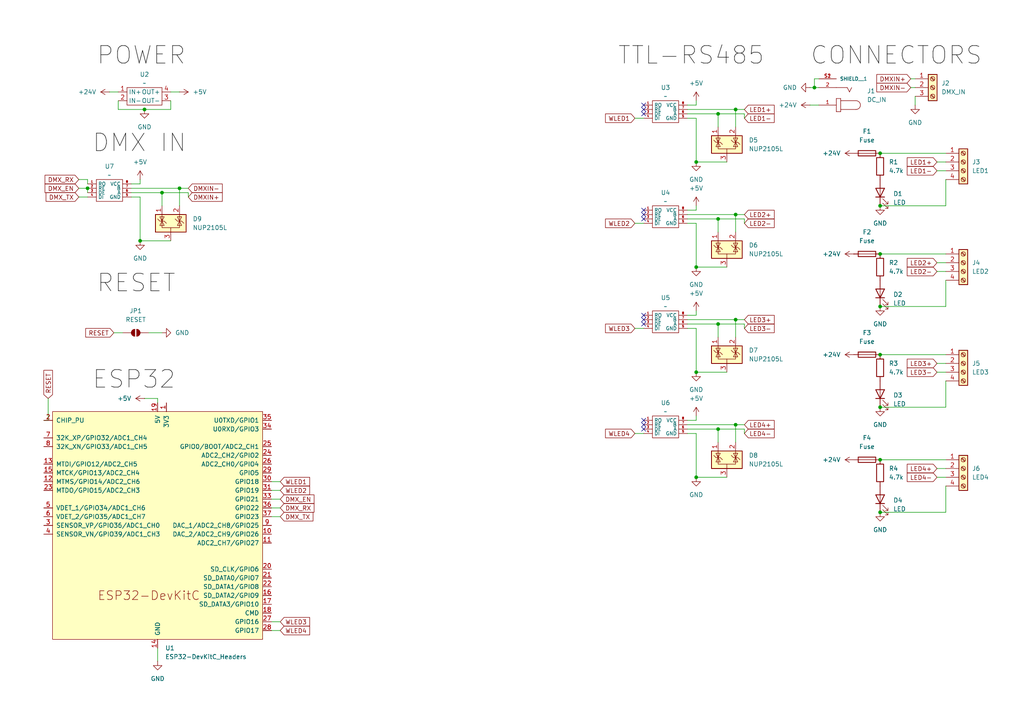
<source format=kicad_sch>
(kicad_sch (version 20231120) (generator "eeschema") (generator_version "8.0")
  (paper "A4")
  (title_block (title "aDMX Light Control Board") (rev "1.0.0"))
  (lib_symbols
    (symbol "BuckConverters:LM2596_Adj"
      (property "Reference" "U" (at -3.048 3.556 0))
      (symbol "LM2596_Adj_0_1"
        (rectangle (start -5.08 2.54) (end 5.08 -2.54))
      )
      (symbol "LM2596_Adj_1_1"
        (pin input line (at -7.62 1.27 0) (length 2.54) (name "IN+") (number "1"))
        (pin input line (at -7.62 -1.27 0) (length 2.54) (name "IN-") (number "2"))
        (pin output line (at 7.62 -1.27 180) (length 2.54) (name "OUT-") (number "3"))
        (pin output line (at 7.62 1.27 180) (length 2.54) (name "OUT+") (number "4"))
      )
    )
    (symbol "Connector:Screw_Terminal_01x03" (pin_names (offset 1.016) hide)
      (property "Reference" "J" (at 0 5.08 0))
      (property "Value" "Screw_Terminal_01x03" (at 0 -5.08 0))
      (symbol "Screw_Terminal_01x03_1_1"
        (rectangle (start -1.27 3.81) (end 1.27 -3.81) (stroke (width 0.254)) (fill (type background)))
        (circle (center 0 -2.54) (radius 0.635) (stroke (width 0.1524)))
        (polyline (pts (xy -0.5334 -2.2098) (xy 0.3302 -3.048)) (stroke (width 0.1524)))
        (polyline (pts (xy -0.5334 0.3302) (xy 0.3302 -0.508)) (stroke (width 0.1524)))
        (polyline (pts (xy -0.5334 2.8702) (xy 0.3302 2.032)) (stroke (width 0.1524)))
        (polyline (pts (xy -0.3556 -2.032) (xy 0.508 -2.8702)) (stroke (width 0.1524)))
        (polyline (pts (xy -0.3556 0.508) (xy 0.508 -0.3302)) (stroke (width 0.1524)))
        (polyline (pts (xy -0.3556 3.048) (xy 0.508 2.2098)) (stroke (width 0.1524)))
        (circle (center 0 0) (radius 0.635) (stroke (width 0.1524)))
        (circle (center 0 2.54) (radius 0.635) (stroke (width 0.1524)))
        (pin passive line (at -5.08 2.54 0) (length 3.81) (name "Pin_1") (number "1"))
        (pin passive line (at -5.08 0 0) (length 3.81) (name "Pin_2") (number "2"))
        (pin passive line (at -5.08 -2.54 0) (length 3.81) (name "Pin_3") (number "3"))
      )
    )
    (symbol "Connector:Screw_Terminal_01x04" (pin_names (offset 1.016) hide)
      (property "Reference" "J" (at 0 5.08 0))
      (property "Value" "Screw_Terminal_01x04" (at 0 -7.62 0))
      (symbol "Screw_Terminal_01x04_1_1"
        (rectangle (start -1.27 3.81) (end 1.27 -6.35) (stroke (width 0.254)) (fill (type background)))
        (circle (center 0 -5.08) (radius 0.635) (stroke (width 0.1524)))
        (circle (center 0 -2.54) (radius 0.635) (stroke (width 0.1524)))
        (polyline (pts (xy -0.5334 -4.7498) (xy 0.3302 -5.588)) (stroke (width 0.1524)))
        (polyline (pts (xy -0.5334 -2.2098) (xy 0.3302 -3.048)) (stroke (width 0.1524)))
        (polyline (pts (xy -0.5334 0.3302) (xy 0.3302 -0.508)) (stroke (width 0.1524)))
        (polyline (pts (xy -0.5334 2.8702) (xy 0.3302 2.032)) (stroke (width 0.1524)))
        (polyline (pts (xy -0.3556 -4.572) (xy 0.508 -5.4102)) (stroke (width 0.1524)))
        (polyline (pts (xy -0.3556 -2.032) (xy 0.508 -2.8702)) (stroke (width 0.1524)))
        (polyline (pts (xy -0.3556 0.508) (xy 0.508 -0.3302)) (stroke (width 0.1524)))
        (polyline (pts (xy -0.3556 3.048) (xy 0.508 2.2098)) (stroke (width 0.1524)))
        (circle (center 0 0) (radius 0.635) (stroke (width 0.1524)))
        (circle (center 0 2.54) (radius 0.635) (stroke (width 0.1524)))
        (pin passive line (at -5.08 2.54 0) (length 3.81) (name "Pin_1") (number "1"))
        (pin passive line (at -5.08 0 0) (length 3.81) (name "Pin_2") (number "2"))
        (pin passive line (at -5.08 -2.54 0) (length 3.81) (name "Pin_3") (number "3"))
        (pin passive line (at -5.08 -5.08 0) (length 3.81) (name "Pin_4") (number "4"))
      )
    )
    (symbol "Device:Fuse" (pin_numbers hide) (pin_names (offset 0))
      (property "Reference" "F" (at 2.032 0 90))
      (property "Value" "Fuse" (at -1.905 0 90))
      (symbol "Fuse_0_1"
        (rectangle (start -0.762 -2.54) (end 0.762 2.54) (stroke (width 0.254)))
        (polyline (pts (xy 0 2.54) (xy 0 -2.54)))
      )
      (symbol "Fuse_1_1"
        (pin passive line (at 0 3.81 270) (length 1.27) (name "~") (number "1"))
        (pin passive line (at 0 -3.81 90) (length 1.27) (name "~") (number "2"))
      )
    )
    (symbol "Device:LED" (pin_numbers hide) (pin_names (offset 1.016) hide)
      (property "Reference" "D" (at 0 2.54 0))
      (property "Value" "LED" (at 0 -2.54 0))
      (symbol "LED_0_1"
        (polyline (pts (xy -1.27 -1.27) (xy -1.27 1.27)) (stroke (width 0.254)))
        (polyline (pts (xy -1.27 0) (xy 1.27 0)))
        (polyline (pts (xy 1.27 -1.27) (xy 1.27 1.27) (xy -1.27 0) (xy 1.27 -1.27)) (stroke (width 0.254)))
        (polyline (pts (xy -3.048 -0.762) (xy -4.572 -2.286) (xy -3.81 -2.286) (xy -4.572 -2.286) (xy -4.572 -1.524)))
        (polyline (pts (xy -1.778 -0.762) (xy -3.302 -2.286) (xy -2.54 -2.286) (xy -3.302 -2.286) (xy -3.302 -1.524)))
      )
      (symbol "LED_1_1"
        (pin passive line (at -3.81 0 0) (length 2.54) (name "K") (number "1"))
        (pin passive line (at 3.81 0 180) (length 2.54) (name "A") (number "2"))
      )
    )
    (symbol "Device:R" (pin_numbers hide) (pin_names (offset 0))
      (property "Reference" "R" (at 2.032 0 90))
      (property "Value" "R" (at 0 0 90))
      (symbol "R_0_1"
        (rectangle (start -1.016 -2.54) (end 1.016 2.54) (stroke (width 0.254)))
      )
      (symbol "R_1_1"
        (pin passive line (at 0 3.81 270) (length 1.27) (name "~") (number "1"))
        (pin passive line (at 0 -3.81 90) (length 1.27) (name "~") (number "2"))
      )
    )
    (symbol "Jumper:SolderJumper_2_Open" (pin_numbers hide) (pin_names (offset 0) hide) (exclude_from_sim yes) (in_bom no)
      (property "Reference" "JP" (at 0 2.032 0))
      (property "Value" "SolderJumper_2_Open" (at 0 -2.54 0))
      (symbol "SolderJumper_2_Open_0_1"
        (arc (start -0.254 1.016) (mid -1.2656 0) (end -0.254 -1.016))
        (arc (start -0.254 1.016) (mid -1.2656 0) (end -0.254 -1.016) (fill (type outline)))
        (polyline (pts (xy -0.254 1.016) (xy -0.254 -1.016)))
        (polyline (pts (xy 0.254 1.016) (xy 0.254 -1.016)))
        (arc (start 0.254 -1.016) (mid 1.2656 0) (end 0.254 1.016))
        (arc (start 0.254 -1.016) (mid 1.2656 0) (end 0.254 1.016) (fill (type outline)))
      )
      (symbol "SolderJumper_2_Open_1_1"
        (pin passive line (at -3.81 0 0) (length 2.54) (name "A") (number "1"))
        (pin passive line (at 3.81 0 180) (length 2.54) (name "B") (number "2"))
      )
    )
    (symbol "Max485:Max485"
      (property "Reference" "U" (at -3.302 3.81 0))
      (symbol "Max485_0_1"
        (rectangle (start -3.81 2.54) (end 3.81 -3.81))
      )
      (symbol "Max485_1_1"
        (pin bidirectional line (at -6.35 1.27 0) (length 2.54) (name "RO") (number "1"))
        (pin bidirectional line (at -6.35 0 0) (length 2.54) (name "RE") (number "2"))
        (pin bidirectional line (at -6.35 -1.27 0) (length 2.54) (name "DE") (number "3"))
        (pin bidirectional line (at -6.35 -2.54 0) (length 2.54) (name "DI") (number "4"))
        (pin bidirectional line (at 6.35 -2.54 180) (length 2.54) (name "GND") (number "5"))
        (pin bidirectional line (at 6.35 -1.27 180) (length 2.54) (name "A") (number "6"))
        (pin bidirectional line (at 6.35 0 180) (length 2.54) (name "B") (number "7"))
        (pin bidirectional line (at 6.35 1.27 180) (length 2.54) (name "VCC") (number "8"))
      )
    )
    (symbol "PCM_Espressif:ESP32-DevKitC" (pin_names (offset 1.016))
      (property "Reference" "U" (at -30.48 38.1 0))
      (property "Value" "ESP32-DevKitC" (at -30.48 35.56 0))
      (symbol "ESP32-DevKitC_0_0"
        (text "ESP32-DevKitC" (at -2.54 -20.32 0) (effects (font (size 2.54 2.54))))
        (pin power_in line (at 0 -35.56 90) (length 2.54) (name "GND") (number "14"))
        (pin power_in line (at 0 35.56 270) (length 2.54) (name "5V") (number "19"))
      )
      (symbol "ESP32-DevKitC_0_1"
        (rectangle (start -30.48 33.02) (end 30.48 -33.02) (fill (type background)))
      )
      (symbol "ESP32-DevKitC_1_1"
        (pin power_in line (at 2.54 35.56 270) (length 2.54) (name "3V3") (number "1"))
        (pin bidirectional line (at 33.02 -2.54 180) (length 2.54) (name "DAC_2/ADC2_CH9/GPIO26") (number "10"))
        (pin bidirectional line (at 33.02 -5.08 180) (length 2.54) (name "ADC2_CH7/GPIO27") (number "11"))
        (pin bidirectional line (at -33.02 12.7 0) (length 2.54) (name "MTMS/GPIO14/ADC2_CH6") (number "12"))
        (pin bidirectional line (at -33.02 17.78 0) (length 2.54) (name "MTDI/GPIO12/ADC2_CH5") (number "13"))
        (pin bidirectional line (at -33.02 15.24 0) (length 2.54) (name "MTCK/GPIO13/ADC2_CH4") (number "15"))
        (pin bidirectional line (at 33.02 -20.32 180) (length 2.54) (name "SD_DATA2/GPIO9") (number "16"))
        (pin bidirectional line (at 33.02 -22.86 180) (length 2.54) (name "SD_DATA3/GPIO10") (number "17"))
        (pin bidirectional line (at 33.02 -25.4 180) (length 2.54) (name "CMD") (number "18"))
        (pin input line (at -33.02 30.48 0) (length 2.54) (name "CHIP_PU") (number "2"))
        (pin bidirectional line (at 33.02 -12.7 180) (length 2.54) (name "SD_CLK/GPIO6") (number "20"))
        (pin bidirectional line (at 33.02 -15.24 180) (length 2.54) (name "SD_DATA0/GPIO7") (number "21"))
        (pin bidirectional line (at 33.02 -17.78 180) (length 2.54) (name "SD_DATA1/GPIO8") (number "22"))
        (pin bidirectional line (at -33.02 10.16 0) (length 2.54) (name "MTDO/GPIO15/ADC2_CH3") (number "23"))
        (pin bidirectional line (at 33.02 20.32 180) (length 2.54) (name "ADC2_CH2/GPIO2") (number "24"))
        (pin bidirectional line (at 33.02 22.86 180) (length 2.54) (name "GPIO0/BOOT/ADC2_CH1") (number "25"))
        (pin bidirectional line (at 33.02 17.78 180) (length 2.54) (name "ADC2_CH0/GPIO4") (number "26"))
        (pin bidirectional line (at 33.02 -27.94 180) (length 2.54) (name "GPIO16") (number "27"))
        (pin bidirectional line (at 33.02 -30.48 180) (length 2.54) (name "GPIO17") (number "28"))
        (pin bidirectional line (at 33.02 15.24 180) (length 2.54) (name "GPIO5") (number "29"))
        (pin input line (at -33.02 0 0) (length 2.54) (name "SENSOR_VP/GPIO36/ADC1_CH0") (number "3"))
        (pin bidirectional line (at 33.02 12.7 180) (length 2.54) (name "GPIO18") (number "30"))
        (pin bidirectional line (at 33.02 10.16 180) (length 2.54) (name "GPIO19") (number "31"))
        (pin passive line (at 0 -35.56 90) (length 2.54) hide (name "GND") (number "32"))
        (pin bidirectional line (at 33.02 7.62 180) (length 2.54) (name "GPIO21") (number "33"))
        (pin bidirectional line (at 33.02 27.94 180) (length 2.54) (name "U0RXD/GPIO3") (number "34"))
        (pin bidirectional line (at 33.02 30.48 180) (length 2.54) (name "U0TXD/GPIO1") (number "35"))
        (pin bidirectional line (at 33.02 5.08 180) (length 2.54) (name "GPIO22") (number "36"))
        (pin bidirectional line (at 33.02 2.54 180) (length 2.54) (name "GPIO23") (number "37"))
        (pin passive line (at 0 -35.56 90) (length 2.54) hide (name "GND") (number "38"))
        (pin input line (at -33.02 -2.54 0) (length 2.54) (name "SENSOR_VN/GPIO39/ADC1_CH3") (number "4"))
        (pin input line (at -33.02 5.08 0) (length 2.54) (name "VDET_1/GPIO34/ADC1_CH6") (number "5"))
        (pin input line (at -33.02 2.54 0) (length 2.54) (name "VDET_2/GPIO35/ADC1_CH7") (number "6"))
        (pin bidirectional line (at -33.02 25.4 0) (length 2.54) (name "32K_XP/GPIO32/ADC1_CH4") (number "7"))
        (pin bidirectional line (at -33.02 22.86 0) (length 2.54) (name "32K_XN/GPIO33/ADC1_CH5") (number "8"))
        (pin bidirectional line (at 33.02 0 180) (length 2.54) (name "DAC_1/ADC2_CH8/GPIO25") (number "9"))
      )
    )
    (symbol "PJ-063AH:PJ-063AH" (pin_names (offset 1.016))
      (property "Reference" "J" (at -7.6276 5.0851 0))
      (property "Value" "PJ-063AH" (at -7.6313 -10.175 0))
      (symbol "PJ-063AH_0_0"
        (arc (start -5.715 3.81) (mid -6.9794 2.54) (end -5.715 1.27) (stroke (width 0.1524)))
        (polyline (pts (xy -5.715 3.81) (xy -1.27 3.81)) (stroke (width 0.1524)))
        (polyline (pts (xy -3.81 -1.27) (xy -4.445 -2.54)) (stroke (width 0.1524)))
        (polyline (pts (xy -3.175 -2.54) (xy -3.81 -1.27)) (stroke (width 0.1524)))
        (polyline (pts (xy -1.27 0.635) (xy 0 0.635)) (stroke (width 0.1524)))
        (polyline (pts (xy -1.27 1.27) (xy -5.715 1.27)) (stroke (width 0.1524)))
        (polyline (pts (xy -1.27 1.27) (xy -1.27 0.635)) (stroke (width 0.1524)))
        (polyline (pts (xy -1.27 3.81) (xy -1.27 1.27)) (stroke (width 0.1524)))
        (polyline (pts (xy -1.27 4.445) (xy -1.27 3.81)) (stroke (width 0.1524)))
        (polyline (pts (xy 0 -2.54) (xy -3.175 -2.54)) (stroke (width 0.1524)))
        (polyline (pts (xy 0 0.635) (xy 0 4.445)) (stroke (width 0.1524)))
        (polyline (pts (xy 0 4.445) (xy -1.27 4.445)) (stroke (width 0.1524)))
        (pin passive line (at 5.08 2.54 180) (length 5.08) (name "~") (number "1"))
        (pin passive line (at 5.08 -2.54 180) (length 5.08) (name "~") (number "2"))
        (pin power_in line (at 5.08 -5.08 180) (length 5.08) (name "SHIELD") (number "S1"))
        (pin power_in line (at 5.08 -5.08 180) (length 5.08) (name "SHIELD__1") (number "S2"))
      )
    )
    (symbol "Power_Protection:NUP2105L" (pin_names hide)
      (property "Reference" "D" (at 5.715 2.54 0))
      (property "Value" "NUP2105L" (at 5.715 0.635 0))
      (symbol "NUP2105L_0_0"
        (pin passive line (at 0 -5.08 90) (length 2.54) (name "A") (number "3"))
      )
      (symbol "NUP2105L_0_1"
        (rectangle (start -4.445 2.54) (end 4.445 -2.54) (stroke (width 0.254)) (fill (type background)))
        (polyline (pts (xy -2.54 2.54) (xy -2.54 0.635)))
        (polyline (pts (xy 0 -1.27) (xy 0 -2.54)))
        (polyline (pts (xy 2.54 2.54) (xy 2.54 0.635)))
        (polyline (pts (xy -3.81 1.27) (xy -3.175 0.635) (xy -1.905 0.635) (xy -1.27 0)))
        (polyline (pts (xy -2.54 0.635) (xy -2.54 -1.27) (xy 2.54 -1.27) (xy 2.54 0.635)))
        (polyline (pts (xy -2.54 0.635) (xy -1.905 -0.635) (xy -3.175 -0.635) (xy -2.54 0.635)))
        (polyline (pts (xy 2.54 0.635) (xy 1.905 -0.635) (xy 3.175 -0.635) (xy 2.54 0.635)))
        (polyline (pts (xy 2.54 0.635) (xy 3.175 1.905) (xy 1.905 1.905) (xy 2.54 0.635)))
        (polyline (pts (xy -2.54 0.635) (xy -3.175 1.905) (xy -1.905 1.905) (xy -2.54 0.635) (xy -2.54 1.27)))
        (polyline (pts (xy 1.27 1.27) (xy 1.905 0.635) (xy 2.54 0.635) (xy 3.175 0.635) (xy 3.81 0)))
      )
      (symbol "NUP2105L_1_1"
        (pin passive line (at -2.54 5.08 270) (length 2.54) (name "K") (number "1"))
        (pin passive line (at 2.54 5.08 270) (length 2.54) (name "K") (number "2"))
      )
    )
    (symbol "power:+24V" (power) (pin_numbers hide) (pin_names (offset 0) hide)
      (property "Value" "+24V" (at 0 3.556 0))
      (symbol "+24V_0_1"
        (polyline (pts (xy -0.762 1.27) (xy 0 2.54)))
        (polyline (pts (xy 0 0) (xy 0 2.54)))
        (polyline (pts (xy 0 2.54) (xy 0.762 1.27)))
      )
      (symbol "+24V_1_1"
        (pin power_in line (at 0 0 90) (length 0) (name "~") (number "1"))
      )
    )
    (symbol "power:+5V" (power) (pin_numbers hide) (pin_names (offset 0) hide)
      (property "Value" "+5V" (at 0 3.556 0))
      (symbol "+5V_0_1"
        (polyline (pts (xy -0.762 1.27) (xy 0 2.54)))
        (polyline (pts (xy 0 0) (xy 0 2.54)))
        (polyline (pts (xy 0 2.54) (xy 0.762 1.27)))
      )
      (symbol "+5V_1_1"
        (pin power_in line (at 0 0 90) (length 0) (name "~") (number "1"))
      )
    )
    (symbol "power:GND" (power) (pin_numbers hide) (pin_names (offset 0) hide)
      (property "Value" "GND" (at 0 -3.81 0))
      (symbol "GND_0_1"
        (polyline (pts (xy 0 0) (xy 0 -1.27) (xy 1.27 -1.27) (xy 0 -2.54) (xy -1.27 -1.27) (xy 0 -1.27)))
      )
      (symbol "GND_1_1"
        (pin power_in line (at 0 0 270) (length 0) (name "~") (number "1"))
      )
    )
  )
  (junction (at 201.93 77.47))
  (junction (at 201.93 46.99))
  (junction (at 208.28 33.02))
  (junction (at 213.36 31.75))
  (junction (at 255.27 148.59))
  (junction (at 236.22 25.4))
  (junction (at 213.36 62.23))
  (junction (at 25.4 54.61))
  (junction (at 255.27 44.45))
  (junction (at 255.27 59.69))
  (junction (at 213.36 92.71))
  (junction (at 46.99 55.88))
  (junction (at 52.07 54.61))
  (junction (at 201.93 138.43))
  (junction (at 208.28 124.46))
  (junction (at 41.91 31.75))
  (junction (at 255.27 118.11))
  (junction (at 213.36 123.19))
  (junction (at 255.27 73.66))
  (junction (at 201.93 107.95))
  (junction (at 208.28 93.98))
  (junction (at 255.27 102.87))
  (junction (at 255.27 88.9))
  (junction (at 255.27 133.35))
  (junction (at 40.64 69.85))
  (junction (at 208.28 63.5))
  (no_connect (at 186.69 30.48))
  (no_connect (at 186.69 92.71))
  (no_connect (at 186.69 31.75))
  (no_connect (at 186.69 62.23))
  (no_connect (at 186.69 63.5))
  (no_connect (at 186.69 124.46))
  (no_connect (at 186.69 33.02))
  (no_connect (at 186.69 60.96))
  (no_connect (at 186.69 93.98))
  (no_connect (at 186.69 91.44))
  (no_connect (at 186.69 121.92))
  (no_connect (at 186.69 123.19))
  (wire (pts (xy 199.39 64.77) (xy 201.93 64.77)))
  (wire (pts (xy 38.1 54.61) (xy 52.07 54.61)))
  (wire (pts (xy 274.32 140.97) (xy 274.32 148.59)))
  (wire (pts (xy 199.39 30.48) (xy 201.93 30.48)))
  (wire (pts (xy 255.27 73.66) (xy 274.32 73.66)))
  (wire (pts (xy 236.22 25.4) (xy 236.22 22.86)))
  (wire (pts (xy 201.93 34.29) (xy 201.93 46.99)))
  (wire (pts (xy 25.4 54.61) (xy 25.4 55.88)))
  (wire (pts (xy 78.74 182.88) (xy 81.28 182.88)))
  (wire (pts (xy 184.15 125.73) (xy 186.69 125.73)))
  (wire (pts (xy 34.29 31.75) (xy 34.29 29.21)))
  (wire (pts (xy 271.78 46.99) (xy 274.32 46.99)))
  (wire (pts (xy 213.36 123.19) (xy 215.9 123.19)))
  (wire (pts (xy 264.16 25.4) (xy 265.43 25.4)))
  (wire (pts (xy 184.15 64.77) (xy 186.69 64.77)))
  (wire (pts (xy 201.93 64.77) (xy 201.93 77.47)))
  (wire (pts (xy 201.93 30.48) (xy 201.93 29.21)))
  (wire (pts (xy 199.39 121.92) (xy 201.93 121.92)))
  (wire (pts (xy 208.28 33.02) (xy 208.28 36.83)))
  (wire (pts (xy 255.27 133.35) (xy 274.32 133.35)))
  (wire (pts (xy 271.78 138.43) (xy 274.32 138.43)))
  (wire (pts (xy 201.93 125.73) (xy 201.93 138.43)))
  (wire (pts (xy 78.74 180.34) (xy 81.28 180.34)))
  (wire (pts (xy 271.78 107.95) (xy 274.32 107.95)))
  (wire (pts (xy 45.72 187.96) (xy 45.72 191.77)))
  (wire (pts (xy 274.32 148.59) (xy 255.27 148.59)))
  (wire (pts (xy 234.95 30.48) (xy 237.49 30.48)))
  (wire (pts (xy 274.32 88.9) (xy 255.27 88.9)))
  (wire (pts (xy 199.39 31.75) (xy 213.36 31.75)))
  (wire (pts (xy 271.78 49.53) (xy 274.32 49.53)))
  (wire (pts (xy 213.36 31.75) (xy 213.36 36.83)))
  (wire (pts (xy 12.7 121.92) (xy 13.97 121.92)))
  (wire (pts (xy 199.39 33.02) (xy 208.28 33.02)))
  (wire (pts (xy 208.28 93.98) (xy 215.9 93.98)))
  (wire (pts (xy 201.93 77.47) (xy 210.82 77.47)))
  (wire (pts (xy 78.74 147.32) (xy 81.28 147.32)))
  (wire (pts (xy 22.86 52.07) (xy 25.4 52.07)))
  (wire (pts (xy 199.39 60.96) (xy 201.93 60.96)))
  (wire (pts (xy 33.02 96.52) (xy 35.56 96.52)))
  (wire (pts (xy 199.39 93.98) (xy 208.28 93.98)))
  (wire (pts (xy 208.28 93.98) (xy 208.28 97.79)))
  (wire (pts (xy 38.1 53.34) (xy 40.64 53.34)))
  (wire (pts (xy 184.15 34.29) (xy 186.69 34.29)))
  (wire (pts (xy 199.39 34.29) (xy 201.93 34.29)))
  (wire (pts (xy 236.22 25.4) (xy 237.49 25.4)))
  (wire (pts (xy 208.28 33.02) (xy 215.9 33.02)))
  (wire (pts (xy 213.36 92.71) (xy 215.9 92.71)))
  (wire (pts (xy 40.64 57.15) (xy 40.64 69.85)))
  (wire (pts (xy 274.32 52.07) (xy 274.32 59.69)))
  (wire (pts (xy 255.27 102.87) (xy 274.32 102.87)))
  (wire (pts (xy 38.1 57.15) (xy 40.64 57.15)))
  (wire (pts (xy 234.95 25.4) (xy 236.22 25.4)))
  (wire (pts (xy 199.39 91.44) (xy 201.93 91.44)))
  (wire (pts (xy 199.39 123.19) (xy 213.36 123.19)))
  (wire (pts (xy 215.9 63.5) (xy 215.9 64.77)))
  (wire (pts (xy 184.15 95.25) (xy 186.69 95.25)))
  (wire (pts (xy 22.86 57.15) (xy 25.4 57.15)))
  (wire (pts (xy 13.97 121.92) (xy 13.97 115.57)))
  (wire (pts (xy 199.39 92.71) (xy 213.36 92.71)))
  (wire (pts (xy 40.64 69.85) (xy 49.53 69.85)))
  (wire (pts (xy 213.36 92.71) (xy 213.36 97.79)))
  (wire (pts (xy 46.99 55.88) (xy 46.99 59.69)))
  (wire (pts (xy 201.93 46.99) (xy 210.82 46.99)))
  (wire (pts (xy 271.78 78.74) (xy 274.32 78.74)))
  (wire (pts (xy 271.78 135.89) (xy 274.32 135.89)))
  (wire (pts (xy 52.07 54.61) (xy 52.07 59.69)))
  (wire (pts (xy 208.28 124.46) (xy 208.28 128.27)))
  (wire (pts (xy 274.32 118.11) (xy 255.27 118.11)))
  (wire (pts (xy 78.74 142.24) (xy 81.28 142.24)))
  (wire (pts (xy 215.9 33.02) (xy 215.9 34.29)))
  (wire (pts (xy 49.53 26.67) (xy 52.07 26.67)))
  (wire (pts (xy 213.36 62.23) (xy 213.36 67.31)))
  (wire (pts (xy 49.53 29.21) (xy 49.53 31.75)))
  (wire (pts (xy 265.43 27.94) (xy 265.43 30.48)))
  (wire (pts (xy 199.39 125.73) (xy 201.93 125.73)))
  (wire (pts (xy 201.93 95.25) (xy 201.93 107.95)))
  (wire (pts (xy 208.28 124.46) (xy 215.9 124.46)))
  (wire (pts (xy 271.78 105.41) (xy 274.32 105.41)))
  (wire (pts (xy 201.93 60.96) (xy 201.93 59.69)))
  (wire (pts (xy 215.9 93.98) (xy 215.9 95.25)))
  (wire (pts (xy 25.4 52.07) (xy 25.4 53.34)))
  (wire (pts (xy 78.74 149.86) (xy 81.28 149.86)))
  (wire (pts (xy 208.28 63.5) (xy 215.9 63.5)))
  (wire (pts (xy 199.39 62.23) (xy 213.36 62.23)))
  (wire (pts (xy 22.86 54.61) (xy 25.4 54.61)))
  (wire (pts (xy 43.18 96.52) (xy 46.99 96.52)))
  (wire (pts (xy 255.27 44.45) (xy 274.32 44.45)))
  (wire (pts (xy 274.32 81.28) (xy 274.32 88.9)))
  (wire (pts (xy 201.93 138.43) (xy 210.82 138.43)))
  (wire (pts (xy 201.93 91.44) (xy 201.93 90.17)))
  (wire (pts (xy 41.91 115.57) (xy 45.72 115.57)))
  (wire (pts (xy 45.72 115.57) (xy 45.72 116.84)))
  (wire (pts (xy 52.07 54.61) (xy 54.61 54.61)))
  (wire (pts (xy 274.32 110.49) (xy 274.32 118.11)))
  (wire (pts (xy 201.93 107.95) (xy 210.82 107.95)))
  (wire (pts (xy 49.53 31.75) (xy 41.91 31.75)))
  (wire (pts (xy 236.22 22.86) (xy 237.49 22.86)))
  (wire (pts (xy 215.9 124.46) (xy 215.9 125.73)))
  (wire (pts (xy 264.16 22.86) (xy 265.43 22.86)))
  (wire (pts (xy 46.99 55.88) (xy 54.61 55.88)))
  (wire (pts (xy 271.78 76.2) (xy 274.32 76.2)))
  (wire (pts (xy 274.32 59.69) (xy 255.27 59.69)))
  (wire (pts (xy 38.1 55.88) (xy 46.99 55.88)))
  (wire (pts (xy 213.36 31.75) (xy 215.9 31.75)))
  (wire (pts (xy 199.39 124.46) (xy 208.28 124.46)))
  (wire (pts (xy 213.36 123.19) (xy 213.36 128.27)))
  (wire (pts (xy 199.39 95.25) (xy 201.93 95.25)))
  (wire (pts (xy 208.28 63.5) (xy 208.28 67.31)))
  (wire (pts (xy 54.61 55.88) (xy 54.61 57.15)))
  (wire (pts (xy 78.74 139.7) (xy 81.28 139.7)))
  (wire (pts (xy 213.36 62.23) (xy 215.9 62.23)))
  (wire (pts (xy 201.93 121.92) (xy 201.93 120.65)))
  (wire (pts (xy 78.74 144.78) (xy 81.28 144.78)))
  (wire (pts (xy 31.75 26.67) (xy 34.29 26.67)))
  (wire (pts (xy 199.39 63.5) (xy 208.28 63.5)))
  (wire (pts (xy 40.64 53.34) (xy 40.64 52.07)))
  (wire (pts (xy 41.91 31.75) (xy 34.29 31.75)))
  (label "DMX IN" (at 26.67 45.72 0) (effects (font (size 5.08 5.08))))
  (label "POWER" (at 27.94 20.32 0) (effects (font (size 5.08 5.08))))
  (label "CONNECTORS" (at 234.95 20.32 0) (effects (font (size 5.08 5.08))))
  (label "RESET" (at 27.94 86.36 0) (effects (font (size 5.08 5.08))))
  (label "ESP32" (at 26.67 114.3 0) (effects (font (size 5.08 5.08))))
  (label "TTL-RS485" (at 179.07 20.32 0) (effects (font (size 5.08 5.08))))
  (global_label "RESET" (shape input) (at 13.97 115.57 90) (property "Intersheetrefs" "${INTERSHEET_REFS}" (effects (hide yes))))
  (global_label "LED1+" (shape input) (at 271.78 46.99 180) (property "Intersheetrefs" "${INTERSHEET_REFS}" (effects (hide yes))))
  (global_label "WLED2" (shape input) (at 81.28 142.24 0) (property "Intersheetrefs" "${INTERSHEET_REFS}" (effects (hide yes))))
  (global_label "LED1-" (shape input) (at 215.9 34.29 0) (property "Intersheetrefs" "${INTERSHEET_REFS}" (effects (hide yes))))
  (global_label "LED3+" (shape input) (at 271.78 105.41 180) (property "Intersheetrefs" "${INTERSHEET_REFS}" (effects (hide yes))))
  (global_label "LED4-" (shape input) (at 215.9 125.73 0) (property "Intersheetrefs" "${INTERSHEET_REFS}" (effects (hide yes))))
  (global_label "LED2-" (shape input) (at 215.9 64.77 0) (property "Intersheetrefs" "${INTERSHEET_REFS}" (effects (hide yes))))
  (global_label "LED4+" (shape input) (at 215.9 123.19 0) (property "Intersheetrefs" "${INTERSHEET_REFS}" (effects (hide yes))))
  (global_label "WLED4" (shape input) (at 184.15 125.73 180) (property "Intersheetrefs" "${INTERSHEET_REFS}" (effects (hide yes))))
  (global_label "DMX_TX" (shape input) (at 81.28 149.86 0) (property "Intersheetrefs" "${INTERSHEET_REFS}" (effects (hide yes))))
  (global_label "LED3-" (shape input) (at 215.9 95.25 0) (property "Intersheetrefs" "${INTERSHEET_REFS}" (effects (hide yes))))
  (global_label "DMX_EN" (shape input) (at 81.28 144.78 0) (property "Intersheetrefs" "${INTERSHEET_REFS}" (effects (hide yes))))
  (global_label "WLED3" (shape input) (at 184.15 95.25 180) (property "Intersheetrefs" "${INTERSHEET_REFS}" (effects (hide yes))))
  (global_label "WLED1" (shape input) (at 81.28 139.7 0) (property "Intersheetrefs" "${INTERSHEET_REFS}" (effects (hide yes))))
  (global_label "LED3-" (shape input) (at 271.78 107.95 180) (property "Intersheetrefs" "${INTERSHEET_REFS}" (effects (hide yes))))
  (global_label "LED4-" (shape input) (at 271.78 138.43 180) (property "Intersheetrefs" "${INTERSHEET_REFS}" (effects (hide yes))))
  (global_label "WLED4" (shape input) (at 81.28 182.88 0) (property "Intersheetrefs" "${INTERSHEET_REFS}" (effects (hide yes))))
  (global_label "LED4+" (shape input) (at 271.78 135.89 180) (property "Intersheetrefs" "${INTERSHEET_REFS}" (effects (hide yes))))
  (global_label "DMX_RX" (shape input) (at 22.86 52.07 180) (property "Intersheetrefs" "${INTERSHEET_REFS}" (effects (hide yes))))
  (global_label "WLED3" (shape input) (at 81.28 180.34 0) (property "Intersheetrefs" "${INTERSHEET_REFS}" (effects (hide yes))))
  (global_label "DMXIN+" (shape input) (at 264.16 22.86 180) (property "Intersheetrefs" "${INTERSHEET_REFS}" (effects (hide yes))))
  (global_label "LED2-" (shape input) (at 271.78 78.74 180) (property "Intersheetrefs" "${INTERSHEET_REFS}" (effects (hide yes))))
  (global_label "LED1-" (shape input) (at 271.78 49.53 180) (property "Intersheetrefs" "${INTERSHEET_REFS}" (effects (hide yes))))
  (global_label "DMX_TX" (shape input) (at 22.86 57.15 180) (property "Intersheetrefs" "${INTERSHEET_REFS}" (effects (hide yes))))
  (global_label "DMX_RX" (shape input) (at 81.28 147.32 0) (property "Intersheetrefs" "${INTERSHEET_REFS}" (effects (hide yes))))
  (global_label "DMX_EN" (shape input) (at 22.86 54.61 180) (property "Intersheetrefs" "${INTERSHEET_REFS}" (effects (hide yes))))
  (global_label "DMXIN-" (shape input) (at 54.61 54.61 0) (property "Intersheetrefs" "${INTERSHEET_REFS}" (effects (hide yes))))
  (global_label "RESET" (shape input) (at 33.02 96.52 180) (property "Intersheetrefs" "${INTERSHEET_REFS}" (effects (hide yes))))
  (global_label "LED2+" (shape input) (at 271.78 76.2 180) (property "Intersheetrefs" "${INTERSHEET_REFS}" (effects (hide yes))))
  (global_label "LED2+" (shape input) (at 215.9 62.23 0) (property "Intersheetrefs" "${INTERSHEET_REFS}" (effects (hide yes))))
  (global_label "DMXIN-" (shape input) (at 264.16 25.4 180) (property "Intersheetrefs" "${INTERSHEET_REFS}" (effects (hide yes))))
  (global_label "WLED1" (shape input) (at 184.15 34.29 180) (property "Intersheetrefs" "${INTERSHEET_REFS}" (effects (hide yes))))
  (global_label "DMXIN+" (shape input) (at 54.61 57.15 0) (property "Intersheetrefs" "${INTERSHEET_REFS}" (effects (hide yes))))
  (global_label "LED3+" (shape input) (at 215.9 92.71 0) (property "Intersheetrefs" "${INTERSHEET_REFS}" (effects (hide yes))))
  (global_label "LED1+" (shape input) (at 215.9 31.75 0) (property "Intersheetrefs" "${INTERSHEET_REFS}" (effects (hide yes))))
  (global_label "WLED2" (shape input) (at 184.15 64.77 180) (property "Intersheetrefs" "${INTERSHEET_REFS}" (effects (hide yes))))
  (symbol (lib_id "Connector:Screw_Terminal_01x04") (at 279.4 76.2 0) (unit 1)
    (property "Reference" "J4" (at 281.94 76.1999 0) (effects (justify left)))
    (property "Value" "LED2" (at 281.94 78.7399 0) (effects (justify left)))
    (property "Footprint" "TerminalBlock_MetzConnect:TerminalBlock_MetzConnect_Type011_RT05504HBWC_1x04_P5.00mm_Horizontal" (effects (hide yes)))
    (property "Description" "Generic screw terminal, single row, 01x04, script generated (kicad-library-utils/schlib/autogen/connector/)" (effects (hide yes)))
  )
  (symbol (lib_id "Max485:Max485") (at 31.75 54.61 0) (unit 1)
    (property "Reference" "U7" (at 31.75 48.26 0))
    (property "Value" "~" (at 31.75 50.8 0))
    (property "Footprint" "Max485:Max485" (effects (hide yes)))
  )
  (symbol (lib_id "Power_Protection:NUP2105L") (at 210.82 72.39 0) (unit 1)
    (property "Reference" "D6" (at 217.17 71.1199 0) (effects (justify left)))
    (property "Value" "NUP2105L" (at 217.17 73.6599 0) (effects (justify left)))
    (property "Footprint" "Package_TO_SOT_SMD:SOT-23" (effects (hide yes)))
    (property "Datasheet" "https://www.onsemi.com/pub_link/Collateral/NUP2105L-D.PDF" (effects (hide yes)))
    (property "Description" "Dual Line CAN Bus Protector, 24Vrwm" (effects (hide yes)))
  )
  (symbol (lib_id "power:+5V") (at 40.64 52.07 0) (unit 1)
    (property "Reference" "#PWR024" (effects (hide yes)))
    (property "Value" "+5V" (at 40.64 46.99 0))
    (property "Description" "Power symbol creates a global label with name \"+5V\"" (effects (hide yes)))
  )
  (symbol (lib_id "Device:LED") (at 255.27 144.78 90) (unit 1)
    (property "Reference" "D4" (at 259.08 145.0974 90) (effects (justify right)))
    (property "Value" "LED" (at 259.08 147.6374 90) (effects (justify right)))
    (property "Footprint" "LED_THT:LED_D3.0mm" (effects (hide yes)))
    (property "Description" "Light emitting diode" (effects (hide yes)))
  )
  (symbol (lib_id "Device:R") (at 255.27 106.68 0) (unit 1)
    (property "Reference" "R3" (at 257.81 105.4099 0) (effects (justify left)))
    (property "Value" "4.7k" (at 257.81 107.9499 0) (effects (justify left)))
    (property "Footprint" "Resistor_THT:R_Axial_DIN0204_L3.6mm_D1.6mm_P5.08mm_Horizontal" (effects (hide yes)))
    (property "Description" "Resistor" (effects (hide yes)))
  )
  (symbol (lib_id "power:+5V") (at 201.93 120.65 0) (unit 1)
    (property "Reference" "#PWR022" (effects (hide yes)))
    (property "Value" "+5V" (at 201.93 115.57 0))
    (property "Description" "Power symbol creates a global label with name \"+5V\"" (effects (hide yes)))
  )
  (symbol (lib_id "power:GND") (at 41.91 31.75 0) (unit 1)
    (property "Reference" "#PWR013" (effects (hide yes)))
    (property "Value" "GND" (at 41.91 36.83 0))
    (property "Description" "Power symbol creates a global label with name \"GND\" , ground" (effects (hide yes)))
  )
  (symbol (lib_id "power:+24V") (at 247.65 133.35 90) (unit 1)
    (property "Reference" "#PWR010" (effects (hide yes)))
    (property "Value" "+24V" (at 243.84 133.3499 90) (effects (justify left)))
    (property "Description" "Power symbol creates a global label with name \"+24V\"" (effects (hide yes)))
  )
  (symbol (lib_id "Device:LED") (at 255.27 55.88 90) (unit 1)
    (property "Reference" "D1" (at 259.08 56.1974 90) (effects (justify right)))
    (property "Value" "LED" (at 259.08 58.7374 90) (effects (justify right)))
    (property "Footprint" "LED_THT:LED_D3.0mm" (effects (hide yes)))
    (property "Description" "Light emitting diode" (effects (hide yes)))
  )
  (symbol (lib_id "power:+24V") (at 234.95 30.48 90) (unit 1)
    (property "Reference" "#PWR01" (effects (hide yes)))
    (property "Value" "+24V" (at 231.14 30.4799 90) (effects (justify left)))
    (property "Description" "Power symbol creates a global label with name \"+24V\"" (effects (hide yes)))
  )
  (symbol (lib_id "power:GND") (at 40.64 69.85 0) (unit 1)
    (property "Reference" "#PWR025" (effects (hide yes)))
    (property "Value" "GND" (at 40.64 74.93 0))
    (property "Description" "Power symbol creates a global label with name \"GND\" , ground" (effects (hide yes)))
  )
  (symbol (lib_id "power:+24V") (at 31.75 26.67 90) (unit 1)
    (property "Reference" "#PWR012" (effects (hide yes)))
    (property "Value" "+24V" (at 27.94 26.6699 90) (effects (justify left)))
    (property "Description" "Power symbol creates a global label with name \"+24V\"" (effects (hide yes)))
  )
  (symbol (lib_id "power:+5V") (at 201.93 90.17 0) (unit 1)
    (property "Reference" "#PWR020" (effects (hide yes)))
    (property "Value" "+5V" (at 201.93 85.09 0))
    (property "Description" "Power symbol creates a global label with name \"+5V\"" (effects (hide yes)))
  )
  (symbol (lib_id "power:GND") (at 255.27 59.69 0) (unit 1)
    (property "Reference" "#PWR04" (effects (hide yes)))
    (property "Value" "GND" (at 255.27 64.77 0))
    (property "Description" "Power symbol creates a global label with name \"GND\" , ground" (effects (hide yes)))
  )
  (symbol (lib_id "power:GND") (at 201.93 107.95 0) (unit 1)
    (property "Reference" "#PWR021" (effects (hide yes)))
    (property "Value" "GND" (at 201.93 113.03 0))
    (property "Description" "Power symbol creates a global label with name \"GND\" , ground" (effects (hide yes)))
  )
  (symbol (lib_id "power:+24V") (at 247.65 44.45 90) (unit 1)
    (property "Reference" "#PWR05" (effects (hide yes)))
    (property "Value" "+24V" (at 243.84 44.4499 90) (effects (justify left)))
    (property "Description" "Power symbol creates a global label with name \"+24V\"" (effects (hide yes)))
  )
  (symbol (lib_id "Max485:Max485") (at 193.04 62.23 0) (unit 1)
    (property "Reference" "U4" (at 193.04 55.88 0))
    (property "Value" "~" (at 193.04 58.42 0))
    (property "Footprint" "Max485:Max485" (effects (hide yes)))
  )
  (symbol (lib_id "Device:LED") (at 255.27 114.3 90) (unit 1)
    (property "Reference" "D3" (at 259.08 114.6174 90) (effects (justify right)))
    (property "Value" "LED" (at 259.08 117.1574 90) (effects (justify right)))
    (property "Footprint" "LED_THT:LED_D3.0mm" (effects (hide yes)))
    (property "Description" "Light emitting diode" (effects (hide yes)))
  )
  (symbol (lib_id "power:GND") (at 234.95 25.4 270) (unit 1)
    (property "Reference" "#PWR02" (effects (hide yes)))
    (property "Value" "GND" (at 231.14 25.3999 90) (effects (justify right)))
    (property "Description" "Power symbol creates a global label with name \"GND\" , ground" (effects (hide yes)))
  )
  (symbol (lib_id "power:GND") (at 201.93 138.43 0) (unit 1)
    (property "Reference" "#PWR023" (effects (hide yes)))
    (property "Value" "GND" (at 201.93 143.51 0))
    (property "Description" "Power symbol creates a global label with name \"GND\" , ground" (effects (hide yes)))
  )
  (symbol (lib_id "power:GND") (at 255.27 88.9 0) (unit 1)
    (property "Reference" "#PWR07" (effects (hide yes)))
    (property "Value" "GND" (at 255.27 93.98 0))
    (property "Description" "Power symbol creates a global label with name \"GND\" , ground" (effects (hide yes)))
  )
  (symbol (lib_id "PCM_Espressif:ESP32-DevKitC") (at 45.72 152.4 0) (unit 1)
    (property "Reference" "U1" (at 47.9141 187.96 0) (effects (justify left)))
    (property "Value" "ESP32-DevKitC_Headers" (at 47.9141 190.5 0) (effects (justify left)))
    (property "Footprint" "PCM_Espressif:ESP32-DevKitC_Headers" (effects (hide yes)))
    (property "Datasheet" "https://docs.espressif.com/projects/esp-idf/zh_CN/latest/esp32/hw-reference/esp32/get-started-devkitc.html" (effects (hide yes)))
    (property "Description" "Development Kit" (effects (hide yes)))
  )
  (symbol (lib_id "power:GND") (at 255.27 118.11 0) (unit 1)
    (property "Reference" "#PWR09" (effects (hide yes)))
    (property "Value" "GND" (at 255.27 123.19 0))
    (property "Description" "Power symbol creates a global label with name \"GND\" , ground" (effects (hide yes)))
  )
  (symbol (lib_id "power:+24V") (at 247.65 102.87 90) (unit 1)
    (property "Reference" "#PWR08" (effects (hide yes)))
    (property "Value" "+24V" (at 243.84 102.8699 90) (effects (justify left)))
    (property "Description" "Power symbol creates a global label with name \"+24V\"" (effects (hide yes)))
  )
  (symbol (lib_id "Device:R") (at 255.27 48.26 0) (unit 1)
    (property "Reference" "R1" (at 257.81 46.9899 0) (effects (justify left)))
    (property "Value" "4.7k" (at 257.81 49.5299 0) (effects (justify left)))
    (property "Footprint" "Resistor_THT:R_Axial_DIN0204_L3.6mm_D1.6mm_P5.08mm_Horizontal" (effects (hide yes)))
    (property "Description" "Resistor" (effects (hide yes)))
  )
  (symbol (lib_id "power:+5V") (at 52.07 26.67 270) (unit 1)
    (property "Reference" "#PWR015" (effects (hide yes)))
    (property "Value" "+5V" (at 55.88 26.6699 90) (effects (justify left)))
    (property "Description" "Power symbol creates a global label with name \"+5V\"" (effects (hide yes)))
  )
  (symbol (lib_id "power:GND") (at 201.93 77.47 0) (unit 1)
    (property "Reference" "#PWR019" (effects (hide yes)))
    (property "Value" "GND" (at 201.93 82.55 0))
    (property "Description" "Power symbol creates a global label with name \"GND\" , ground" (effects (hide yes)))
  )
  (symbol (lib_id "power:GND") (at 45.72 191.77 0) (unit 1)
    (property "Reference" "#PWR026" (effects (hide yes)))
    (property "Value" "GND" (at 45.72 196.85 0))
    (property "Description" "Power symbol creates a global label with name \"GND\" , ground" (effects (hide yes)))
  )
  (symbol (lib_id "Power_Protection:NUP2105L") (at 210.82 133.35 0) (unit 1)
    (property "Reference" "D8" (at 217.17 132.0799 0) (effects (justify left)))
    (property "Value" "NUP2105L" (at 217.17 134.6199 0) (effects (justify left)))
    (property "Footprint" "Package_TO_SOT_SMD:SOT-23" (effects (hide yes)))
    (property "Datasheet" "https://www.onsemi.com/pub_link/Collateral/NUP2105L-D.PDF" (effects (hide yes)))
    (property "Description" "Dual Line CAN Bus Protector, 24Vrwm" (effects (hide yes)))
  )
  (symbol (lib_id "power:+5V") (at 41.91 115.57 90) (unit 1)
    (property "Reference" "#PWR027" (effects (hide yes)))
    (property "Value" "+5V" (at 38.1 115.5699 90) (effects (justify left)))
    (property "Description" "Power symbol creates a global label with name \"+5V\"" (effects (hide yes)))
  )
  (symbol (lib_id "Device:Fuse") (at 251.46 44.45 90) (unit 1)
    (property "Reference" "F1" (at 251.46 38.1 90))
    (property "Value" "Fuse" (at 251.46 40.64 90))
    (property "Footprint" "Fuse:FuseHolder_Blade_ATO_Littelfuse_FLR_178.6165" (effects (hide yes)))
    (property "Description" "Fuse" (effects (hide yes)))
  )
  (symbol (lib_id "Device:Fuse") (at 251.46 133.35 90) (unit 1)
    (property "Reference" "F4" (at 251.46 127 90))
    (property "Value" "Fuse" (at 251.46 129.54 90))
    (property "Footprint" "Fuse:FuseHolder_Blade_ATO_Littelfuse_FLR_178.6165" (effects (hide yes)))
    (property "Description" "Fuse" (effects (hide yes)))
  )
  (symbol (lib_id "power:+5V") (at 201.93 29.21 0) (unit 1)
    (property "Reference" "#PWR016" (effects (hide yes)))
    (property "Value" "+5V" (at 201.93 24.13 0))
    (property "Description" "Power symbol creates a global label with name \"+5V\"" (effects (hide yes)))
  )
  (symbol (lib_id "power:GND") (at 255.27 148.59 0) (unit 1)
    (property "Reference" "#PWR011" (effects (hide yes)))
    (property "Value" "GND" (at 255.27 153.67 0))
    (property "Description" "Power symbol creates a global label with name \"GND\" , ground" (effects (hide yes)))
  )
  (symbol (lib_id "power:+5V") (at 201.93 59.69 0) (unit 1)
    (property "Reference" "#PWR018" (effects (hide yes)))
    (property "Value" "+5V" (at 201.93 54.61 0))
    (property "Description" "Power symbol creates a global label with name \"+5V\"" (effects (hide yes)))
  )
  (symbol (lib_id "BuckConverters:LM2596_Adj") (at 41.91 27.94 0) (unit 1)
    (property "Reference" "U2" (at 41.91 21.59 0))
    (property "Value" "~" (at 41.91 24.13 0))
    (property "Footprint" "LM2596S-Buck-Module:LM2596S-Buck-Module" (effects (hide yes)))
  )
  (symbol (lib_id "Power_Protection:NUP2105L") (at 49.53 64.77 0) (unit 1)
    (property "Reference" "D9" (at 55.88 63.4999 0) (effects (justify left)))
    (property "Value" "NUP2105L" (at 55.88 66.0399 0) (effects (justify left)))
    (property "Footprint" "Package_TO_SOT_SMD:SOT-23" (effects (hide yes)))
    (property "Datasheet" "https://www.onsemi.com/pub_link/Collateral/NUP2105L-D.PDF" (effects (hide yes)))
    (property "Description" "Dual Line CAN Bus Protector, 24Vrwm" (effects (hide yes)))
  )
  (symbol (lib_id "Device:R") (at 255.27 137.16 0) (unit 1)
    (property "Reference" "R4" (at 257.81 135.8899 0) (effects (justify left)))
    (property "Value" "4.7k" (at 257.81 138.4299 0) (effects (justify left)))
    (property "Footprint" "Resistor_THT:R_Axial_DIN0204_L3.6mm_D1.6mm_P5.08mm_Horizontal" (effects (hide yes)))
    (property "Description" "Resistor" (effects (hide yes)))
  )
  (symbol (lib_id "Device:Fuse") (at 251.46 73.66 90) (unit 1)
    (property "Reference" "F2" (at 251.46 67.31 90))
    (property "Value" "Fuse" (at 251.46 69.85 90))
    (property "Footprint" "Fuse:FuseHolder_Blade_ATO_Littelfuse_FLR_178.6165" (effects (hide yes)))
    (property "Description" "Fuse" (effects (hide yes)))
  )
  (symbol (lib_id "Jumper:SolderJumper_2_Open") (at 39.37 96.52 0) (unit 1) (exclude_from_sim yes) (in_bom no)
    (property "Reference" "JP1" (at 39.37 90.17 0))
    (property "Value" "RESET" (at 39.37 92.71 0))
    (property "Footprint" "Jumper:SolderJumper-2_P1.3mm_Open_RoundedPad1.0x1.5mm" (effects (hide yes)))
    (property "Description" "Solder Jumper, 2-pole, open" (effects (hide yes)))
  )
  (symbol (lib_id "Connector:Screw_Terminal_01x03") (at 270.51 25.4 0) (unit 1)
    (property "Reference" "J2" (at 273.05 24.1299 0) (effects (justify left)))
    (property "Value" "DMX_IN" (at 273.05 26.6699 0) (effects (justify left)))
    (property "Footprint" "TerminalBlock_MetzConnect:TerminalBlock_MetzConnect_Type011_RT05503HBWC_1x03_P5.00mm_Horizontal" (effects (hide yes)))
    (property "Description" "Generic screw terminal, single row, 01x03, script generated (kicad-library-utils/schlib/autogen/connector/)" (effects (hide yes)))
  )
  (symbol (lib_id "Device:R") (at 255.27 77.47 0) (unit 1)
    (property "Reference" "R2" (at 257.81 76.1999 0) (effects (justify left)))
    (property "Value" "4.7k" (at 257.81 78.7399 0) (effects (justify left)))
    (property "Footprint" "Resistor_THT:R_Axial_DIN0204_L3.6mm_D1.6mm_P5.08mm_Horizontal" (effects (hide yes)))
    (property "Description" "Resistor" (effects (hide yes)))
  )
  (symbol (lib_id "power:GND") (at 46.99 96.52 90) (unit 1)
    (property "Reference" "#PWR014" (effects (hide yes)))
    (property "Value" "GND" (at 50.8 96.5199 90) (effects (justify right)))
    (property "Description" "Power symbol creates a global label with name \"GND\" , ground" (effects (hide yes)))
  )
  (symbol (lib_id "power:+24V") (at 247.65 73.66 90) (unit 1)
    (property "Reference" "#PWR06" (effects (hide yes)))
    (property "Value" "+24V" (at 243.84 73.6599 90) (effects (justify left)))
    (property "Description" "Power symbol creates a global label with name \"+24V\"" (effects (hide yes)))
  )
  (symbol (lib_id "Power_Protection:NUP2105L") (at 210.82 41.91 0) (unit 1)
    (property "Reference" "D5" (at 217.17 40.6399 0) (effects (justify left)))
    (property "Value" "NUP2105L" (at 217.17 43.1799 0) (effects (justify left)))
    (property "Footprint" "Package_TO_SOT_SMD:SOT-23" (effects (hide yes)))
    (property "Datasheet" "https://www.onsemi.com/pub_link/Collateral/NUP2105L-D.PDF" (effects (hide yes)))
    (property "Description" "Dual Line CAN Bus Protector, 24Vrwm" (effects (hide yes)))
  )
  (symbol (lib_id "Power_Protection:NUP2105L") (at 210.82 102.87 0) (unit 1)
    (property "Reference" "D7" (at 217.17 101.5999 0) (effects (justify left)))
    (property "Value" "NUP2105L" (at 217.17 104.1399 0) (effects (justify left)))
    (property "Footprint" "Package_TO_SOT_SMD:SOT-23" (effects (hide yes)))
    (property "Datasheet" "https://www.onsemi.com/pub_link/Collateral/NUP2105L-D.PDF" (effects (hide yes)))
    (property "Description" "Dual Line CAN Bus Protector, 24Vrwm" (effects (hide yes)))
  )
  (symbol (lib_id "PJ-063AH:PJ-063AH") (at 242.57 27.94 180) (unit 1)
    (property "Reference" "J1" (at 251.46 26.3905 0) (effects (justify right)))
    (property "Value" "DC_IN" (at 251.46 28.9305 0) (effects (justify right)))
    (property "Footprint" "XUNPU:DC-IN-TH_DC-S010A-D025-20A" (effects (hide yes)))
    (property "PARTREV" "1.02" (effects (hide yes)))
    (property "MANUFACTURER" "CUI INC" (effects (hide yes)))
    (property "STANDARD" "Manufacturer recommendations" (effects (hide yes)))
  )
  (symbol (lib_id "Connector:Screw_Terminal_01x04") (at 279.4 46.99 0) (unit 1)
    (property "Reference" "J3" (at 281.94 46.9899 0) (effects (justify left)))
    (property "Value" "LED1" (at 281.94 49.5299 0) (effects (justify left)))
    (property "Footprint" "TerminalBlock_MetzConnect:TerminalBlock_MetzConnect_Type011_RT05504HBWC_1x04_P5.00mm_Horizontal" (effects (hide yes)))
    (property "Description" "Generic screw terminal, single row, 01x04, script generated (kicad-library-utils/schlib/autogen/connector/)" (effects (hide yes)))
  )
  (symbol (lib_id "Device:Fuse") (at 251.46 102.87 90) (unit 1)
    (property "Reference" "F3" (at 251.46 96.52 90))
    (property "Value" "Fuse" (at 251.46 99.06 90))
    (property "Footprint" "Fuse:FuseHolder_Blade_ATO_Littelfuse_FLR_178.6165" (effects (hide yes)))
    (property "Description" "Fuse" (effects (hide yes)))
  )
  (symbol (lib_id "Connector:Screw_Terminal_01x04") (at 279.4 105.41 0) (unit 1)
    (property "Reference" "J5" (at 281.94 105.4099 0) (effects (justify left)))
    (property "Value" "LED3" (at 281.94 107.9499 0) (effects (justify left)))
    (property "Footprint" "TerminalBlock_MetzConnect:TerminalBlock_MetzConnect_Type011_RT05504HBWC_1x04_P5.00mm_Horizontal" (effects (hide yes)))
    (property "Description" "Generic screw terminal, single row, 01x04, script generated (kicad-library-utils/schlib/autogen/connector/)" (effects (hide yes)))
  )
  (symbol (lib_id "Max485:Max485") (at 193.04 92.71 0) (unit 1)
    (property "Reference" "U5" (at 193.04 86.36 0))
    (property "Value" "~" (at 193.04 88.9 0))
    (property "Footprint" "Max485:Max485" (effects (hide yes)))
  )
  (symbol (lib_id "Device:LED") (at 255.27 85.09 90) (unit 1)
    (property "Reference" "D2" (at 259.08 85.4074 90) (effects (justify right)))
    (property "Value" "LED" (at 259.08 87.9474 90) (effects (justify right)))
    (property "Footprint" "LED_THT:LED_D3.0mm" (effects (hide yes)))
    (property "Description" "Light emitting diode" (effects (hide yes)))
  )
  (symbol (lib_id "power:GND") (at 265.43 30.48 0) (unit 1)
    (property "Reference" "#PWR03" (effects (hide yes)))
    (property "Value" "GND" (at 265.43 35.56 0))
    (property "Description" "Power symbol creates a global label with name \"GND\" , ground" (effects (hide yes)))
  )
  (symbol (lib_id "Connector:Screw_Terminal_01x04") (at 279.4 135.89 0) (unit 1)
    (property "Reference" "J6" (at 281.94 135.8899 0) (effects (justify left)))
    (property "Value" "LED4" (at 281.94 138.4299 0) (effects (justify left)))
    (property "Footprint" "TerminalBlock_MetzConnect:TerminalBlock_MetzConnect_Type011_RT05504HBWC_1x04_P5.00mm_Horizontal" (effects (hide yes)))
    (property "Description" "Generic screw terminal, single row, 01x04, script generated (kicad-library-utils/schlib/autogen/connector/)" (effects (hide yes)))
  )
  (symbol (lib_id "power:GND") (at 201.93 46.99 0) (unit 1)
    (property "Reference" "#PWR017" (effects (hide yes)))
    (property "Value" "GND" (at 201.93 52.07 0))
    (property "Description" "Power symbol creates a global label with name \"GND\" , ground" (effects (hide yes)))
  )
  (symbol (lib_id "Max485:Max485") (at 193.04 31.75 0) (unit 1)
    (property "Reference" "U3" (at 193.04 25.4 0))
    (property "Value" "~" (at 193.04 27.94 0))
    (property "Footprint" "Max485:Max485" (effects (hide yes)))
  )
  (symbol (lib_id "Max485:Max485") (at 193.04 123.19 0) (unit 1)
    (property "Reference" "U6" (at 193.04 116.84 0))
    (property "Value" "~" (at 193.04 119.38 0))
    (property "Footprint" "Max485:Max485" (effects (hide yes)))
  )
)
</source>
